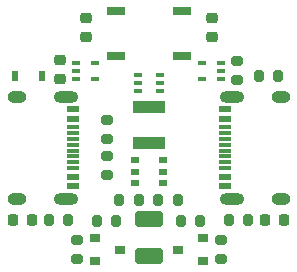
<source format=gtp>
%TF.GenerationSoftware,KiCad,Pcbnew,8.0.5*%
%TF.CreationDate,2024-09-30T11:30:18+01:00*%
%TF.ProjectId,Soft_Power_Switch_USB-C,536f6674-5f50-46f7-9765-725f53776974,v01*%
%TF.SameCoordinates,Original*%
%TF.FileFunction,Paste,Top*%
%TF.FilePolarity,Positive*%
%FSLAX46Y46*%
G04 Gerber Fmt 4.6, Leading zero omitted, Abs format (unit mm)*
G04 Created by KiCad (PCBNEW 8.0.5) date 2024-09-30 11:30:18*
%MOMM*%
%LPD*%
G01*
G04 APERTURE LIST*
G04 Aperture macros list*
%AMRoundRect*
0 Rectangle with rounded corners*
0 $1 Rounding radius*
0 $2 $3 $4 $5 $6 $7 $8 $9 X,Y pos of 4 corners*
0 Add a 4 corners polygon primitive as box body*
4,1,4,$2,$3,$4,$5,$6,$7,$8,$9,$2,$3,0*
0 Add four circle primitives for the rounded corners*
1,1,$1+$1,$2,$3*
1,1,$1+$1,$4,$5*
1,1,$1+$1,$6,$7*
1,1,$1+$1,$8,$9*
0 Add four rect primitives between the rounded corners*
20,1,$1+$1,$2,$3,$4,$5,0*
20,1,$1+$1,$4,$5,$6,$7,0*
20,1,$1+$1,$6,$7,$8,$9,0*
20,1,$1+$1,$8,$9,$2,$3,0*%
G04 Aperture macros list end*
%ADD10R,1.524000X0.762000*%
%ADD11RoundRect,0.218750X0.218750X0.256250X-0.218750X0.256250X-0.218750X-0.256250X0.218750X-0.256250X0*%
%ADD12RoundRect,0.218750X-0.218750X-0.256250X0.218750X-0.256250X0.218750X0.256250X-0.218750X0.256250X0*%
%ADD13RoundRect,0.250000X-0.925000X0.412500X-0.925000X-0.412500X0.925000X-0.412500X0.925000X0.412500X0*%
%ADD14R,0.800000X0.550000*%
%ADD15R,0.700000X0.300000*%
%ADD16RoundRect,0.200000X-0.275000X0.200000X-0.275000X-0.200000X0.275000X-0.200000X0.275000X0.200000X0*%
%ADD17RoundRect,0.200000X-0.200000X-0.275000X0.200000X-0.275000X0.200000X0.275000X-0.200000X0.275000X0*%
%ADD18RoundRect,0.200000X0.275000X-0.200000X0.275000X0.200000X-0.275000X0.200000X-0.275000X-0.200000X0*%
%ADD19R,0.900000X0.800000*%
%ADD20R,1.000000X0.300000*%
%ADD21R,1.000000X0.600000*%
%ADD22O,1.600000X1.000000*%
%ADD23O,2.100000X1.000000*%
%ADD24RoundRect,0.200000X0.200000X0.275000X-0.200000X0.275000X-0.200000X-0.275000X0.200000X-0.275000X0*%
%ADD25RoundRect,0.225000X0.250000X-0.225000X0.250000X0.225000X-0.250000X0.225000X-0.250000X-0.225000X0*%
%ADD26R,0.660000X0.300000*%
%ADD27R,0.630000X0.830000*%
%ADD28R,2.800000X1.000000*%
G04 APERTURE END LIST*
D10*
%TO.C,SW1*%
X9906000Y24257000D03*
X15494000Y24257000D03*
X9906000Y20447000D03*
X15494000Y20447000D03*
%TD*%
D11*
%TO.C,D3*%
X24155500Y6604000D03*
X22580500Y6604000D03*
%TD*%
D12*
%TO.C,D2*%
X1244500Y6604000D03*
X2819500Y6604000D03*
%TD*%
D13*
%TO.C,C2*%
X12700000Y6617500D03*
X12700000Y3542500D03*
%TD*%
D14*
%TO.C,Q3*%
X11500000Y11618000D03*
X11500000Y10668000D03*
X11500000Y9718000D03*
X13900000Y9718000D03*
X13900000Y10668000D03*
X13900000Y11618000D03*
%TD*%
D15*
%TO.C,U2*%
X6566000Y19827000D03*
X6566000Y19177000D03*
X6566000Y18527000D03*
X8166000Y18527000D03*
X8166000Y19827000D03*
%TD*%
D16*
%TO.C,R8*%
X18796000Y4889000D03*
X18796000Y3239000D03*
%TD*%
D17*
%TO.C,R4*%
X19495000Y6604000D03*
X21145000Y6604000D03*
%TD*%
D18*
%TO.C,R1*%
X20193000Y18416000D03*
X20193000Y20066000D03*
%TD*%
D16*
%TO.C,R11*%
X9144000Y12001000D03*
X9144000Y10351000D03*
%TD*%
D19*
%TO.C,Q1*%
X8144000Y5014000D03*
X8144000Y3114000D03*
X10244000Y4064000D03*
%TD*%
D16*
%TO.C,R6*%
X6604000Y4889000D03*
X6604000Y3239000D03*
%TD*%
D20*
%TO.C,J2*%
X19136000Y11450000D03*
X19136000Y12450000D03*
X19136000Y12950000D03*
X19136000Y13950000D03*
X19136000Y14450000D03*
X19136000Y13450000D03*
X19136000Y11950000D03*
X19136000Y10950000D03*
D21*
X19136000Y9475000D03*
X19136000Y15925000D03*
D22*
X23891000Y8382000D03*
D23*
X19711000Y8382000D03*
X19711000Y17018000D03*
D22*
X23891000Y17018000D03*
D21*
X19136000Y10250000D03*
X19136000Y15150000D03*
%TD*%
D24*
%TO.C,R3*%
X5905000Y6604000D03*
X4255000Y6604000D03*
%TD*%
D25*
%TO.C,C4*%
X18034000Y22085000D03*
X18034000Y23635000D03*
%TD*%
D17*
%TO.C,R5*%
X8319000Y6477000D03*
X9969000Y6477000D03*
%TD*%
D25*
%TO.C,C3*%
X7366000Y22085000D03*
X7366000Y23635000D03*
%TD*%
D26*
%TO.C,U4*%
X11780000Y18811000D03*
X11780000Y18161000D03*
X11780000Y17511000D03*
X13620000Y17511000D03*
X13620000Y18161000D03*
X13620000Y18811000D03*
%TD*%
D27*
%TO.C,D1*%
X3690000Y18796000D03*
X1390000Y18796000D03*
%TD*%
D17*
%TO.C,R7*%
X15431000Y6477000D03*
X17081000Y6477000D03*
%TD*%
D15*
%TO.C,U3*%
X18834000Y18527000D03*
X18834000Y19177000D03*
X18834000Y19827000D03*
X17234000Y19827000D03*
X17234000Y18527000D03*
%TD*%
D17*
%TO.C,R2*%
X22035000Y18796000D03*
X23685000Y18796000D03*
%TD*%
D20*
%TO.C,J1*%
X6264000Y13950000D03*
X6264000Y12950000D03*
X6264000Y12450000D03*
X6264000Y11450000D03*
X6264000Y10950000D03*
X6264000Y11950000D03*
X6264000Y13450000D03*
X6264000Y14450000D03*
D21*
X6264000Y15925000D03*
X6264000Y9475000D03*
D22*
X1509000Y17018000D03*
D23*
X5689000Y17018000D03*
X5689000Y8382000D03*
D22*
X1509000Y8382000D03*
D21*
X6264000Y15150000D03*
X6264000Y10250000D03*
%TD*%
D18*
%TO.C,R12*%
X9144000Y13399000D03*
X9144000Y15049000D03*
%TD*%
D17*
%TO.C,R9*%
X13526000Y8255000D03*
X15176000Y8255000D03*
%TD*%
D25*
%TO.C,C1*%
X5207000Y18529000D03*
X5207000Y20079000D03*
%TD*%
D24*
%TO.C,R10*%
X11874000Y8255000D03*
X10224000Y8255000D03*
%TD*%
D28*
%TO.C,F1*%
X12700000Y13105000D03*
X12700000Y16105000D03*
%TD*%
D19*
%TO.C,Q2*%
X17256000Y3114000D03*
X17256000Y5014000D03*
X15156000Y4064000D03*
%TD*%
M02*

</source>
